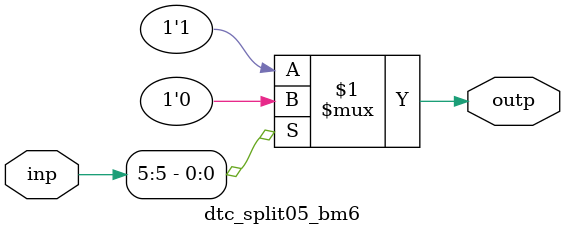
<source format=v>
module dtc_split05_bm6 (
	input  wire [12-1:0] inp,
	output wire [1-1:0] outp
);


	assign outp = (inp[5]) ? 1'b0 : 1'b1;

endmodule
</source>
